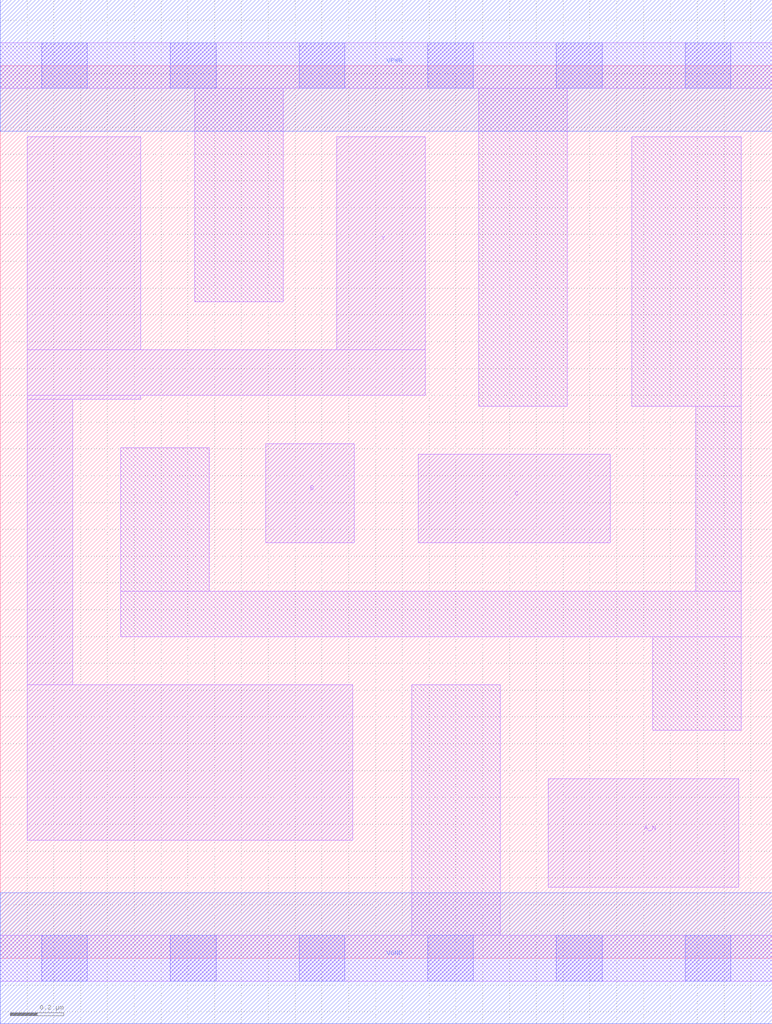
<source format=lef>
# Copyright 2020 The SkyWater PDK Authors
#
# Licensed under the Apache License, Version 2.0 (the "License");
# you may not use this file except in compliance with the License.
# You may obtain a copy of the License at
#
#     https://www.apache.org/licenses/LICENSE-2.0
#
# Unless required by applicable law or agreed to in writing, software
# distributed under the License is distributed on an "AS IS" BASIS,
# WITHOUT WARRANTIES OR CONDITIONS OF ANY KIND, either express or implied.
# See the License for the specific language governing permissions and
# limitations under the License.
#
# SPDX-License-Identifier: Apache-2.0

VERSION 5.7 ;
  NAMESCASESENSITIVE ON ;
  NOWIREEXTENSIONATPIN ON ;
  DIVIDERCHAR "/" ;
  BUSBITCHARS "[]" ;
UNITS
  DATABASE MICRONS 200 ;
END UNITS
MACRO sky130_fd_sc_lp__nand3b_lp
  CLASS CORE ;
  SOURCE USER ;
  FOREIGN sky130_fd_sc_lp__nand3b_lp ;
  ORIGIN  0.000000  0.000000 ;
  SIZE  2.880000 BY  3.330000 ;
  SYMMETRY X Y R90 ;
  SITE unit ;
  PIN A_N
    ANTENNAGATEAREA  0.376000 ;
    DIRECTION INPUT ;
    USE SIGNAL ;
    PORT
      LAYER li1 ;
        RECT 2.045000 0.265000 2.755000 0.670000 ;
    END
  END A_N
  PIN B
    ANTENNAGATEAREA  0.313000 ;
    DIRECTION INPUT ;
    USE SIGNAL ;
    PORT
      LAYER li1 ;
        RECT 0.990000 1.550000 1.320000 1.920000 ;
    END
  END B
  PIN C
    ANTENNAGATEAREA  0.313000 ;
    DIRECTION INPUT ;
    USE SIGNAL ;
    PORT
      LAYER li1 ;
        RECT 1.560000 1.550000 2.275000 1.880000 ;
    END
  END C
  PIN Y
    ANTENNADIFFAREA  0.684700 ;
    DIRECTION OUTPUT ;
    USE SIGNAL ;
    PORT
      LAYER li1 ;
        RECT 0.100000 0.440000 1.315000 1.020000 ;
        RECT 0.100000 1.020000 0.270000 2.085000 ;
        RECT 0.100000 2.085000 0.525000 2.100000 ;
        RECT 0.100000 2.100000 1.585000 2.270000 ;
        RECT 0.100000 2.270000 0.525000 3.065000 ;
        RECT 1.255000 2.270000 1.585000 3.065000 ;
    END
  END Y
  PIN VGND
    DIRECTION INOUT ;
    USE GROUND ;
    PORT
      LAYER met1 ;
        RECT 0.000000 -0.245000 2.880000 0.245000 ;
    END
  END VGND
  PIN VPWR
    DIRECTION INOUT ;
    USE POWER ;
    PORT
      LAYER met1 ;
        RECT 0.000000 3.085000 2.880000 3.575000 ;
    END
  END VPWR
  OBS
    LAYER li1 ;
      RECT 0.000000 -0.085000 2.880000 0.085000 ;
      RECT 0.000000  3.245000 2.880000 3.415000 ;
      RECT 0.450000  1.200000 2.765000 1.370000 ;
      RECT 0.450000  1.370000 0.780000 1.905000 ;
      RECT 0.725000  2.450000 1.055000 3.245000 ;
      RECT 1.535000  0.085000 1.865000 1.020000 ;
      RECT 1.785000  2.060000 2.115000 3.245000 ;
      RECT 2.355000  2.060000 2.765000 3.065000 ;
      RECT 2.435000  0.850000 2.765000 1.200000 ;
      RECT 2.595000  1.370000 2.765000 2.060000 ;
    LAYER mcon ;
      RECT 0.155000 -0.085000 0.325000 0.085000 ;
      RECT 0.155000  3.245000 0.325000 3.415000 ;
      RECT 0.635000 -0.085000 0.805000 0.085000 ;
      RECT 0.635000  3.245000 0.805000 3.415000 ;
      RECT 1.115000 -0.085000 1.285000 0.085000 ;
      RECT 1.115000  3.245000 1.285000 3.415000 ;
      RECT 1.595000 -0.085000 1.765000 0.085000 ;
      RECT 1.595000  3.245000 1.765000 3.415000 ;
      RECT 2.075000 -0.085000 2.245000 0.085000 ;
      RECT 2.075000  3.245000 2.245000 3.415000 ;
      RECT 2.555000 -0.085000 2.725000 0.085000 ;
      RECT 2.555000  3.245000 2.725000 3.415000 ;
  END
END sky130_fd_sc_lp__nand3b_lp

</source>
